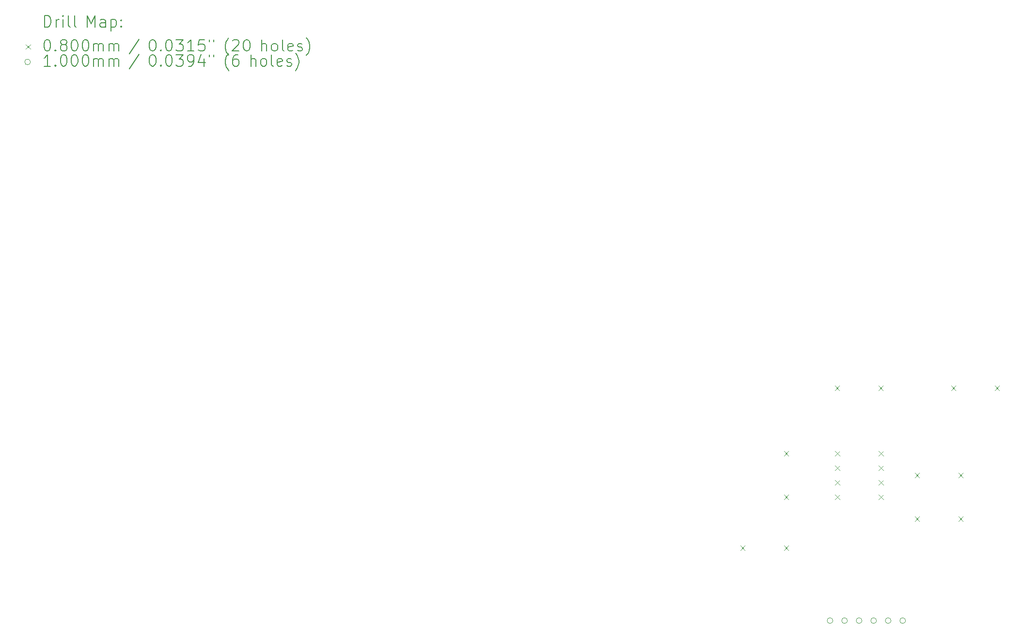
<source format=gbr>
%TF.GenerationSoftware,KiCad,Pcbnew,(7.0.0)*%
%TF.CreationDate,2024-03-15T09:40:45-04:00*%
%TF.ProjectId,DC-Offset-Amp,44432d4f-6666-4736-9574-2d416d702e6b,rev?*%
%TF.SameCoordinates,Original*%
%TF.FileFunction,Drillmap*%
%TF.FilePolarity,Positive*%
%FSLAX45Y45*%
G04 Gerber Fmt 4.5, Leading zero omitted, Abs format (unit mm)*
G04 Created by KiCad (PCBNEW (7.0.0)) date 2024-03-15 09:40:45*
%MOMM*%
%LPD*%
G01*
G04 APERTURE LIST*
%ADD10C,0.200000*%
%ADD11C,0.080000*%
%ADD12C,0.100000*%
G04 APERTURE END LIST*
D10*
D11*
X12406000Y-9358000D02*
X12486000Y-9438000D01*
X12486000Y-9358000D02*
X12406000Y-9438000D01*
X13168000Y-7707000D02*
X13248000Y-7787000D01*
X13248000Y-7707000D02*
X13168000Y-7787000D01*
X13168000Y-8469000D02*
X13248000Y-8549000D01*
X13248000Y-8469000D02*
X13168000Y-8549000D01*
X13168000Y-9358000D02*
X13248000Y-9438000D01*
X13248000Y-9358000D02*
X13168000Y-9438000D01*
X14057000Y-6564000D02*
X14137000Y-6644000D01*
X14137000Y-6564000D02*
X14057000Y-6644000D01*
X14058000Y-7708000D02*
X14138000Y-7788000D01*
X14138000Y-7708000D02*
X14058000Y-7788000D01*
X14058000Y-7962000D02*
X14138000Y-8042000D01*
X14138000Y-7962000D02*
X14058000Y-8042000D01*
X14058000Y-8216000D02*
X14138000Y-8296000D01*
X14138000Y-8216000D02*
X14058000Y-8296000D01*
X14058000Y-8470000D02*
X14138000Y-8550000D01*
X14138000Y-8470000D02*
X14058000Y-8550000D01*
X14819000Y-6564000D02*
X14899000Y-6644000D01*
X14899000Y-6564000D02*
X14819000Y-6644000D01*
X14820000Y-7708000D02*
X14900000Y-7788000D01*
X14900000Y-7708000D02*
X14820000Y-7788000D01*
X14820000Y-7962000D02*
X14900000Y-8042000D01*
X14900000Y-7962000D02*
X14820000Y-8042000D01*
X14820000Y-8216000D02*
X14900000Y-8296000D01*
X14900000Y-8216000D02*
X14820000Y-8296000D01*
X14820000Y-8470000D02*
X14900000Y-8550000D01*
X14900000Y-8470000D02*
X14820000Y-8550000D01*
X15454000Y-8088000D02*
X15534000Y-8168000D01*
X15534000Y-8088000D02*
X15454000Y-8168000D01*
X15454000Y-8850000D02*
X15534000Y-8930000D01*
X15534000Y-8850000D02*
X15454000Y-8930000D01*
X16089000Y-6564000D02*
X16169000Y-6644000D01*
X16169000Y-6564000D02*
X16089000Y-6644000D01*
X16216000Y-8088000D02*
X16296000Y-8168000D01*
X16296000Y-8088000D02*
X16216000Y-8168000D01*
X16216000Y-8850000D02*
X16296000Y-8930000D01*
X16296000Y-8850000D02*
X16216000Y-8930000D01*
X16851000Y-6564000D02*
X16931000Y-6644000D01*
X16931000Y-6564000D02*
X16851000Y-6644000D01*
D12*
X14020000Y-10668000D02*
G75*
G03*
X14020000Y-10668000I-50000J0D01*
G01*
X14274000Y-10668000D02*
G75*
G03*
X14274000Y-10668000I-50000J0D01*
G01*
X14528000Y-10668000D02*
G75*
G03*
X14528000Y-10668000I-50000J0D01*
G01*
X14782000Y-10668000D02*
G75*
G03*
X14782000Y-10668000I-50000J0D01*
G01*
X15036000Y-10668000D02*
G75*
G03*
X15036000Y-10668000I-50000J0D01*
G01*
X15290000Y-10668000D02*
G75*
G03*
X15290000Y-10668000I-50000J0D01*
G01*
D10*
X247619Y-293476D02*
X247619Y-93476D01*
X247619Y-93476D02*
X295238Y-93476D01*
X295238Y-93476D02*
X323810Y-103000D01*
X323810Y-103000D02*
X342857Y-122048D01*
X342857Y-122048D02*
X352381Y-141095D01*
X352381Y-141095D02*
X361905Y-179190D01*
X361905Y-179190D02*
X361905Y-207762D01*
X361905Y-207762D02*
X352381Y-245857D01*
X352381Y-245857D02*
X342857Y-264905D01*
X342857Y-264905D02*
X323810Y-283952D01*
X323810Y-283952D02*
X295238Y-293476D01*
X295238Y-293476D02*
X247619Y-293476D01*
X447619Y-293476D02*
X447619Y-160143D01*
X447619Y-198238D02*
X457143Y-179190D01*
X457143Y-179190D02*
X466667Y-169667D01*
X466667Y-169667D02*
X485714Y-160143D01*
X485714Y-160143D02*
X504762Y-160143D01*
X571429Y-293476D02*
X571429Y-160143D01*
X571429Y-93476D02*
X561905Y-103000D01*
X561905Y-103000D02*
X571429Y-112524D01*
X571429Y-112524D02*
X580952Y-103000D01*
X580952Y-103000D02*
X571429Y-93476D01*
X571429Y-93476D02*
X571429Y-112524D01*
X695238Y-293476D02*
X676190Y-283952D01*
X676190Y-283952D02*
X666667Y-264905D01*
X666667Y-264905D02*
X666667Y-93476D01*
X800000Y-293476D02*
X780952Y-283952D01*
X780952Y-283952D02*
X771428Y-264905D01*
X771428Y-264905D02*
X771428Y-93476D01*
X996190Y-293476D02*
X996190Y-93476D01*
X996190Y-93476D02*
X1062857Y-236333D01*
X1062857Y-236333D02*
X1129524Y-93476D01*
X1129524Y-93476D02*
X1129524Y-293476D01*
X1310476Y-293476D02*
X1310476Y-188714D01*
X1310476Y-188714D02*
X1300952Y-169667D01*
X1300952Y-169667D02*
X1281905Y-160143D01*
X1281905Y-160143D02*
X1243809Y-160143D01*
X1243809Y-160143D02*
X1224762Y-169667D01*
X1310476Y-283952D02*
X1291429Y-293476D01*
X1291429Y-293476D02*
X1243809Y-293476D01*
X1243809Y-293476D02*
X1224762Y-283952D01*
X1224762Y-283952D02*
X1215238Y-264905D01*
X1215238Y-264905D02*
X1215238Y-245857D01*
X1215238Y-245857D02*
X1224762Y-226809D01*
X1224762Y-226809D02*
X1243809Y-217286D01*
X1243809Y-217286D02*
X1291429Y-217286D01*
X1291429Y-217286D02*
X1310476Y-207762D01*
X1405714Y-160143D02*
X1405714Y-360143D01*
X1405714Y-169667D02*
X1424762Y-160143D01*
X1424762Y-160143D02*
X1462857Y-160143D01*
X1462857Y-160143D02*
X1481905Y-169667D01*
X1481905Y-169667D02*
X1491428Y-179190D01*
X1491428Y-179190D02*
X1500952Y-198238D01*
X1500952Y-198238D02*
X1500952Y-255381D01*
X1500952Y-255381D02*
X1491428Y-274429D01*
X1491428Y-274429D02*
X1481905Y-283952D01*
X1481905Y-283952D02*
X1462857Y-293476D01*
X1462857Y-293476D02*
X1424762Y-293476D01*
X1424762Y-293476D02*
X1405714Y-283952D01*
X1586667Y-274429D02*
X1596190Y-283952D01*
X1596190Y-283952D02*
X1586667Y-293476D01*
X1586667Y-293476D02*
X1577143Y-283952D01*
X1577143Y-283952D02*
X1586667Y-274429D01*
X1586667Y-274429D02*
X1586667Y-293476D01*
X1586667Y-169667D02*
X1596190Y-179190D01*
X1596190Y-179190D02*
X1586667Y-188714D01*
X1586667Y-188714D02*
X1577143Y-179190D01*
X1577143Y-179190D02*
X1586667Y-169667D01*
X1586667Y-169667D02*
X1586667Y-188714D01*
D11*
X-80000Y-600000D02*
X0Y-680000D01*
X0Y-600000D02*
X-80000Y-680000D01*
D10*
X285714Y-513476D02*
X304762Y-513476D01*
X304762Y-513476D02*
X323810Y-523000D01*
X323810Y-523000D02*
X333333Y-532524D01*
X333333Y-532524D02*
X342857Y-551571D01*
X342857Y-551571D02*
X352381Y-589667D01*
X352381Y-589667D02*
X352381Y-637286D01*
X352381Y-637286D02*
X342857Y-675381D01*
X342857Y-675381D02*
X333333Y-694429D01*
X333333Y-694429D02*
X323810Y-703952D01*
X323810Y-703952D02*
X304762Y-713476D01*
X304762Y-713476D02*
X285714Y-713476D01*
X285714Y-713476D02*
X266667Y-703952D01*
X266667Y-703952D02*
X257143Y-694429D01*
X257143Y-694429D02*
X247619Y-675381D01*
X247619Y-675381D02*
X238095Y-637286D01*
X238095Y-637286D02*
X238095Y-589667D01*
X238095Y-589667D02*
X247619Y-551571D01*
X247619Y-551571D02*
X257143Y-532524D01*
X257143Y-532524D02*
X266667Y-523000D01*
X266667Y-523000D02*
X285714Y-513476D01*
X438095Y-694429D02*
X447619Y-703952D01*
X447619Y-703952D02*
X438095Y-713476D01*
X438095Y-713476D02*
X428571Y-703952D01*
X428571Y-703952D02*
X438095Y-694429D01*
X438095Y-694429D02*
X438095Y-713476D01*
X561905Y-599190D02*
X542857Y-589667D01*
X542857Y-589667D02*
X533333Y-580143D01*
X533333Y-580143D02*
X523809Y-561095D01*
X523809Y-561095D02*
X523809Y-551571D01*
X523809Y-551571D02*
X533333Y-532524D01*
X533333Y-532524D02*
X542857Y-523000D01*
X542857Y-523000D02*
X561905Y-513476D01*
X561905Y-513476D02*
X600000Y-513476D01*
X600000Y-513476D02*
X619048Y-523000D01*
X619048Y-523000D02*
X628571Y-532524D01*
X628571Y-532524D02*
X638095Y-551571D01*
X638095Y-551571D02*
X638095Y-561095D01*
X638095Y-561095D02*
X628571Y-580143D01*
X628571Y-580143D02*
X619048Y-589667D01*
X619048Y-589667D02*
X600000Y-599190D01*
X600000Y-599190D02*
X561905Y-599190D01*
X561905Y-599190D02*
X542857Y-608714D01*
X542857Y-608714D02*
X533333Y-618238D01*
X533333Y-618238D02*
X523809Y-637286D01*
X523809Y-637286D02*
X523809Y-675381D01*
X523809Y-675381D02*
X533333Y-694429D01*
X533333Y-694429D02*
X542857Y-703952D01*
X542857Y-703952D02*
X561905Y-713476D01*
X561905Y-713476D02*
X600000Y-713476D01*
X600000Y-713476D02*
X619048Y-703952D01*
X619048Y-703952D02*
X628571Y-694429D01*
X628571Y-694429D02*
X638095Y-675381D01*
X638095Y-675381D02*
X638095Y-637286D01*
X638095Y-637286D02*
X628571Y-618238D01*
X628571Y-618238D02*
X619048Y-608714D01*
X619048Y-608714D02*
X600000Y-599190D01*
X761905Y-513476D02*
X780952Y-513476D01*
X780952Y-513476D02*
X800000Y-523000D01*
X800000Y-523000D02*
X809524Y-532524D01*
X809524Y-532524D02*
X819048Y-551571D01*
X819048Y-551571D02*
X828571Y-589667D01*
X828571Y-589667D02*
X828571Y-637286D01*
X828571Y-637286D02*
X819048Y-675381D01*
X819048Y-675381D02*
X809524Y-694429D01*
X809524Y-694429D02*
X800000Y-703952D01*
X800000Y-703952D02*
X780952Y-713476D01*
X780952Y-713476D02*
X761905Y-713476D01*
X761905Y-713476D02*
X742857Y-703952D01*
X742857Y-703952D02*
X733333Y-694429D01*
X733333Y-694429D02*
X723809Y-675381D01*
X723809Y-675381D02*
X714286Y-637286D01*
X714286Y-637286D02*
X714286Y-589667D01*
X714286Y-589667D02*
X723809Y-551571D01*
X723809Y-551571D02*
X733333Y-532524D01*
X733333Y-532524D02*
X742857Y-523000D01*
X742857Y-523000D02*
X761905Y-513476D01*
X952381Y-513476D02*
X971429Y-513476D01*
X971429Y-513476D02*
X990476Y-523000D01*
X990476Y-523000D02*
X1000000Y-532524D01*
X1000000Y-532524D02*
X1009524Y-551571D01*
X1009524Y-551571D02*
X1019048Y-589667D01*
X1019048Y-589667D02*
X1019048Y-637286D01*
X1019048Y-637286D02*
X1009524Y-675381D01*
X1009524Y-675381D02*
X1000000Y-694429D01*
X1000000Y-694429D02*
X990476Y-703952D01*
X990476Y-703952D02*
X971429Y-713476D01*
X971429Y-713476D02*
X952381Y-713476D01*
X952381Y-713476D02*
X933333Y-703952D01*
X933333Y-703952D02*
X923809Y-694429D01*
X923809Y-694429D02*
X914286Y-675381D01*
X914286Y-675381D02*
X904762Y-637286D01*
X904762Y-637286D02*
X904762Y-589667D01*
X904762Y-589667D02*
X914286Y-551571D01*
X914286Y-551571D02*
X923809Y-532524D01*
X923809Y-532524D02*
X933333Y-523000D01*
X933333Y-523000D02*
X952381Y-513476D01*
X1104762Y-713476D02*
X1104762Y-580143D01*
X1104762Y-599190D02*
X1114286Y-589667D01*
X1114286Y-589667D02*
X1133333Y-580143D01*
X1133333Y-580143D02*
X1161905Y-580143D01*
X1161905Y-580143D02*
X1180952Y-589667D01*
X1180952Y-589667D02*
X1190476Y-608714D01*
X1190476Y-608714D02*
X1190476Y-713476D01*
X1190476Y-608714D02*
X1200000Y-589667D01*
X1200000Y-589667D02*
X1219048Y-580143D01*
X1219048Y-580143D02*
X1247619Y-580143D01*
X1247619Y-580143D02*
X1266667Y-589667D01*
X1266667Y-589667D02*
X1276191Y-608714D01*
X1276191Y-608714D02*
X1276191Y-713476D01*
X1371429Y-713476D02*
X1371429Y-580143D01*
X1371429Y-599190D02*
X1380952Y-589667D01*
X1380952Y-589667D02*
X1400000Y-580143D01*
X1400000Y-580143D02*
X1428571Y-580143D01*
X1428571Y-580143D02*
X1447619Y-589667D01*
X1447619Y-589667D02*
X1457143Y-608714D01*
X1457143Y-608714D02*
X1457143Y-713476D01*
X1457143Y-608714D02*
X1466667Y-589667D01*
X1466667Y-589667D02*
X1485714Y-580143D01*
X1485714Y-580143D02*
X1514286Y-580143D01*
X1514286Y-580143D02*
X1533333Y-589667D01*
X1533333Y-589667D02*
X1542857Y-608714D01*
X1542857Y-608714D02*
X1542857Y-713476D01*
X1900952Y-503952D02*
X1729524Y-761095D01*
X2125714Y-513476D02*
X2144762Y-513476D01*
X2144762Y-513476D02*
X2163810Y-523000D01*
X2163810Y-523000D02*
X2173333Y-532524D01*
X2173333Y-532524D02*
X2182857Y-551571D01*
X2182857Y-551571D02*
X2192381Y-589667D01*
X2192381Y-589667D02*
X2192381Y-637286D01*
X2192381Y-637286D02*
X2182857Y-675381D01*
X2182857Y-675381D02*
X2173333Y-694429D01*
X2173333Y-694429D02*
X2163810Y-703952D01*
X2163810Y-703952D02*
X2144762Y-713476D01*
X2144762Y-713476D02*
X2125714Y-713476D01*
X2125714Y-713476D02*
X2106667Y-703952D01*
X2106667Y-703952D02*
X2097143Y-694429D01*
X2097143Y-694429D02*
X2087619Y-675381D01*
X2087619Y-675381D02*
X2078095Y-637286D01*
X2078095Y-637286D02*
X2078095Y-589667D01*
X2078095Y-589667D02*
X2087619Y-551571D01*
X2087619Y-551571D02*
X2097143Y-532524D01*
X2097143Y-532524D02*
X2106667Y-523000D01*
X2106667Y-523000D02*
X2125714Y-513476D01*
X2278095Y-694429D02*
X2287619Y-703952D01*
X2287619Y-703952D02*
X2278095Y-713476D01*
X2278095Y-713476D02*
X2268572Y-703952D01*
X2268572Y-703952D02*
X2278095Y-694429D01*
X2278095Y-694429D02*
X2278095Y-713476D01*
X2411429Y-513476D02*
X2430476Y-513476D01*
X2430476Y-513476D02*
X2449524Y-523000D01*
X2449524Y-523000D02*
X2459048Y-532524D01*
X2459048Y-532524D02*
X2468572Y-551571D01*
X2468572Y-551571D02*
X2478095Y-589667D01*
X2478095Y-589667D02*
X2478095Y-637286D01*
X2478095Y-637286D02*
X2468572Y-675381D01*
X2468572Y-675381D02*
X2459048Y-694429D01*
X2459048Y-694429D02*
X2449524Y-703952D01*
X2449524Y-703952D02*
X2430476Y-713476D01*
X2430476Y-713476D02*
X2411429Y-713476D01*
X2411429Y-713476D02*
X2392381Y-703952D01*
X2392381Y-703952D02*
X2382857Y-694429D01*
X2382857Y-694429D02*
X2373333Y-675381D01*
X2373333Y-675381D02*
X2363810Y-637286D01*
X2363810Y-637286D02*
X2363810Y-589667D01*
X2363810Y-589667D02*
X2373333Y-551571D01*
X2373333Y-551571D02*
X2382857Y-532524D01*
X2382857Y-532524D02*
X2392381Y-523000D01*
X2392381Y-523000D02*
X2411429Y-513476D01*
X2544762Y-513476D02*
X2668572Y-513476D01*
X2668572Y-513476D02*
X2601905Y-589667D01*
X2601905Y-589667D02*
X2630476Y-589667D01*
X2630476Y-589667D02*
X2649524Y-599190D01*
X2649524Y-599190D02*
X2659048Y-608714D01*
X2659048Y-608714D02*
X2668572Y-627762D01*
X2668572Y-627762D02*
X2668572Y-675381D01*
X2668572Y-675381D02*
X2659048Y-694429D01*
X2659048Y-694429D02*
X2649524Y-703952D01*
X2649524Y-703952D02*
X2630476Y-713476D01*
X2630476Y-713476D02*
X2573333Y-713476D01*
X2573333Y-713476D02*
X2554286Y-703952D01*
X2554286Y-703952D02*
X2544762Y-694429D01*
X2859048Y-713476D02*
X2744762Y-713476D01*
X2801905Y-713476D02*
X2801905Y-513476D01*
X2801905Y-513476D02*
X2782857Y-542048D01*
X2782857Y-542048D02*
X2763810Y-561095D01*
X2763810Y-561095D02*
X2744762Y-570619D01*
X3040000Y-513476D02*
X2944762Y-513476D01*
X2944762Y-513476D02*
X2935238Y-608714D01*
X2935238Y-608714D02*
X2944762Y-599190D01*
X2944762Y-599190D02*
X2963810Y-589667D01*
X2963810Y-589667D02*
X3011429Y-589667D01*
X3011429Y-589667D02*
X3030476Y-599190D01*
X3030476Y-599190D02*
X3040000Y-608714D01*
X3040000Y-608714D02*
X3049524Y-627762D01*
X3049524Y-627762D02*
X3049524Y-675381D01*
X3049524Y-675381D02*
X3040000Y-694429D01*
X3040000Y-694429D02*
X3030476Y-703952D01*
X3030476Y-703952D02*
X3011429Y-713476D01*
X3011429Y-713476D02*
X2963810Y-713476D01*
X2963810Y-713476D02*
X2944762Y-703952D01*
X2944762Y-703952D02*
X2935238Y-694429D01*
X3125714Y-513476D02*
X3125714Y-551571D01*
X3201905Y-513476D02*
X3201905Y-551571D01*
X3464762Y-789667D02*
X3455238Y-780143D01*
X3455238Y-780143D02*
X3436191Y-751571D01*
X3436191Y-751571D02*
X3426667Y-732524D01*
X3426667Y-732524D02*
X3417143Y-703952D01*
X3417143Y-703952D02*
X3407619Y-656333D01*
X3407619Y-656333D02*
X3407619Y-618238D01*
X3407619Y-618238D02*
X3417143Y-570619D01*
X3417143Y-570619D02*
X3426667Y-542048D01*
X3426667Y-542048D02*
X3436191Y-523000D01*
X3436191Y-523000D02*
X3455238Y-494428D01*
X3455238Y-494428D02*
X3464762Y-484905D01*
X3531429Y-532524D02*
X3540952Y-523000D01*
X3540952Y-523000D02*
X3560000Y-513476D01*
X3560000Y-513476D02*
X3607619Y-513476D01*
X3607619Y-513476D02*
X3626667Y-523000D01*
X3626667Y-523000D02*
X3636191Y-532524D01*
X3636191Y-532524D02*
X3645714Y-551571D01*
X3645714Y-551571D02*
X3645714Y-570619D01*
X3645714Y-570619D02*
X3636191Y-599190D01*
X3636191Y-599190D02*
X3521905Y-713476D01*
X3521905Y-713476D02*
X3645714Y-713476D01*
X3769524Y-513476D02*
X3788572Y-513476D01*
X3788572Y-513476D02*
X3807619Y-523000D01*
X3807619Y-523000D02*
X3817143Y-532524D01*
X3817143Y-532524D02*
X3826667Y-551571D01*
X3826667Y-551571D02*
X3836191Y-589667D01*
X3836191Y-589667D02*
X3836191Y-637286D01*
X3836191Y-637286D02*
X3826667Y-675381D01*
X3826667Y-675381D02*
X3817143Y-694429D01*
X3817143Y-694429D02*
X3807619Y-703952D01*
X3807619Y-703952D02*
X3788572Y-713476D01*
X3788572Y-713476D02*
X3769524Y-713476D01*
X3769524Y-713476D02*
X3750476Y-703952D01*
X3750476Y-703952D02*
X3740952Y-694429D01*
X3740952Y-694429D02*
X3731429Y-675381D01*
X3731429Y-675381D02*
X3721905Y-637286D01*
X3721905Y-637286D02*
X3721905Y-589667D01*
X3721905Y-589667D02*
X3731429Y-551571D01*
X3731429Y-551571D02*
X3740952Y-532524D01*
X3740952Y-532524D02*
X3750476Y-523000D01*
X3750476Y-523000D02*
X3769524Y-513476D01*
X4041905Y-713476D02*
X4041905Y-513476D01*
X4127619Y-713476D02*
X4127619Y-608714D01*
X4127619Y-608714D02*
X4118095Y-589667D01*
X4118095Y-589667D02*
X4099048Y-580143D01*
X4099048Y-580143D02*
X4070476Y-580143D01*
X4070476Y-580143D02*
X4051429Y-589667D01*
X4051429Y-589667D02*
X4041905Y-599190D01*
X4251429Y-713476D02*
X4232381Y-703952D01*
X4232381Y-703952D02*
X4222857Y-694429D01*
X4222857Y-694429D02*
X4213334Y-675381D01*
X4213334Y-675381D02*
X4213334Y-618238D01*
X4213334Y-618238D02*
X4222857Y-599190D01*
X4222857Y-599190D02*
X4232381Y-589667D01*
X4232381Y-589667D02*
X4251429Y-580143D01*
X4251429Y-580143D02*
X4280000Y-580143D01*
X4280000Y-580143D02*
X4299048Y-589667D01*
X4299048Y-589667D02*
X4308572Y-599190D01*
X4308572Y-599190D02*
X4318095Y-618238D01*
X4318095Y-618238D02*
X4318095Y-675381D01*
X4318095Y-675381D02*
X4308572Y-694429D01*
X4308572Y-694429D02*
X4299048Y-703952D01*
X4299048Y-703952D02*
X4280000Y-713476D01*
X4280000Y-713476D02*
X4251429Y-713476D01*
X4432381Y-713476D02*
X4413334Y-703952D01*
X4413334Y-703952D02*
X4403810Y-684905D01*
X4403810Y-684905D02*
X4403810Y-513476D01*
X4584762Y-703952D02*
X4565715Y-713476D01*
X4565715Y-713476D02*
X4527619Y-713476D01*
X4527619Y-713476D02*
X4508572Y-703952D01*
X4508572Y-703952D02*
X4499048Y-684905D01*
X4499048Y-684905D02*
X4499048Y-608714D01*
X4499048Y-608714D02*
X4508572Y-589667D01*
X4508572Y-589667D02*
X4527619Y-580143D01*
X4527619Y-580143D02*
X4565715Y-580143D01*
X4565715Y-580143D02*
X4584762Y-589667D01*
X4584762Y-589667D02*
X4594286Y-608714D01*
X4594286Y-608714D02*
X4594286Y-627762D01*
X4594286Y-627762D02*
X4499048Y-646810D01*
X4670476Y-703952D02*
X4689524Y-713476D01*
X4689524Y-713476D02*
X4727619Y-713476D01*
X4727619Y-713476D02*
X4746667Y-703952D01*
X4746667Y-703952D02*
X4756191Y-684905D01*
X4756191Y-684905D02*
X4756191Y-675381D01*
X4756191Y-675381D02*
X4746667Y-656333D01*
X4746667Y-656333D02*
X4727619Y-646810D01*
X4727619Y-646810D02*
X4699048Y-646810D01*
X4699048Y-646810D02*
X4680000Y-637286D01*
X4680000Y-637286D02*
X4670476Y-618238D01*
X4670476Y-618238D02*
X4670476Y-608714D01*
X4670476Y-608714D02*
X4680000Y-589667D01*
X4680000Y-589667D02*
X4699048Y-580143D01*
X4699048Y-580143D02*
X4727619Y-580143D01*
X4727619Y-580143D02*
X4746667Y-589667D01*
X4822857Y-789667D02*
X4832381Y-780143D01*
X4832381Y-780143D02*
X4851429Y-751571D01*
X4851429Y-751571D02*
X4860953Y-732524D01*
X4860953Y-732524D02*
X4870476Y-703952D01*
X4870476Y-703952D02*
X4880000Y-656333D01*
X4880000Y-656333D02*
X4880000Y-618238D01*
X4880000Y-618238D02*
X4870476Y-570619D01*
X4870476Y-570619D02*
X4860953Y-542048D01*
X4860953Y-542048D02*
X4851429Y-523000D01*
X4851429Y-523000D02*
X4832381Y-494428D01*
X4832381Y-494428D02*
X4822857Y-484905D01*
D12*
X0Y-904000D02*
G75*
G03*
X0Y-904000I-50000J0D01*
G01*
D10*
X352381Y-977476D02*
X238095Y-977476D01*
X295238Y-977476D02*
X295238Y-777476D01*
X295238Y-777476D02*
X276190Y-806048D01*
X276190Y-806048D02*
X257143Y-825095D01*
X257143Y-825095D02*
X238095Y-834619D01*
X438095Y-958428D02*
X447619Y-967952D01*
X447619Y-967952D02*
X438095Y-977476D01*
X438095Y-977476D02*
X428571Y-967952D01*
X428571Y-967952D02*
X438095Y-958428D01*
X438095Y-958428D02*
X438095Y-977476D01*
X571429Y-777476D02*
X590476Y-777476D01*
X590476Y-777476D02*
X609524Y-787000D01*
X609524Y-787000D02*
X619048Y-796524D01*
X619048Y-796524D02*
X628571Y-815571D01*
X628571Y-815571D02*
X638095Y-853667D01*
X638095Y-853667D02*
X638095Y-901286D01*
X638095Y-901286D02*
X628571Y-939381D01*
X628571Y-939381D02*
X619048Y-958428D01*
X619048Y-958428D02*
X609524Y-967952D01*
X609524Y-967952D02*
X590476Y-977476D01*
X590476Y-977476D02*
X571429Y-977476D01*
X571429Y-977476D02*
X552381Y-967952D01*
X552381Y-967952D02*
X542857Y-958428D01*
X542857Y-958428D02*
X533333Y-939381D01*
X533333Y-939381D02*
X523809Y-901286D01*
X523809Y-901286D02*
X523809Y-853667D01*
X523809Y-853667D02*
X533333Y-815571D01*
X533333Y-815571D02*
X542857Y-796524D01*
X542857Y-796524D02*
X552381Y-787000D01*
X552381Y-787000D02*
X571429Y-777476D01*
X761905Y-777476D02*
X780952Y-777476D01*
X780952Y-777476D02*
X800000Y-787000D01*
X800000Y-787000D02*
X809524Y-796524D01*
X809524Y-796524D02*
X819048Y-815571D01*
X819048Y-815571D02*
X828571Y-853667D01*
X828571Y-853667D02*
X828571Y-901286D01*
X828571Y-901286D02*
X819048Y-939381D01*
X819048Y-939381D02*
X809524Y-958428D01*
X809524Y-958428D02*
X800000Y-967952D01*
X800000Y-967952D02*
X780952Y-977476D01*
X780952Y-977476D02*
X761905Y-977476D01*
X761905Y-977476D02*
X742857Y-967952D01*
X742857Y-967952D02*
X733333Y-958428D01*
X733333Y-958428D02*
X723809Y-939381D01*
X723809Y-939381D02*
X714286Y-901286D01*
X714286Y-901286D02*
X714286Y-853667D01*
X714286Y-853667D02*
X723809Y-815571D01*
X723809Y-815571D02*
X733333Y-796524D01*
X733333Y-796524D02*
X742857Y-787000D01*
X742857Y-787000D02*
X761905Y-777476D01*
X952381Y-777476D02*
X971429Y-777476D01*
X971429Y-777476D02*
X990476Y-787000D01*
X990476Y-787000D02*
X1000000Y-796524D01*
X1000000Y-796524D02*
X1009524Y-815571D01*
X1009524Y-815571D02*
X1019048Y-853667D01*
X1019048Y-853667D02*
X1019048Y-901286D01*
X1019048Y-901286D02*
X1009524Y-939381D01*
X1009524Y-939381D02*
X1000000Y-958428D01*
X1000000Y-958428D02*
X990476Y-967952D01*
X990476Y-967952D02*
X971429Y-977476D01*
X971429Y-977476D02*
X952381Y-977476D01*
X952381Y-977476D02*
X933333Y-967952D01*
X933333Y-967952D02*
X923809Y-958428D01*
X923809Y-958428D02*
X914286Y-939381D01*
X914286Y-939381D02*
X904762Y-901286D01*
X904762Y-901286D02*
X904762Y-853667D01*
X904762Y-853667D02*
X914286Y-815571D01*
X914286Y-815571D02*
X923809Y-796524D01*
X923809Y-796524D02*
X933333Y-787000D01*
X933333Y-787000D02*
X952381Y-777476D01*
X1104762Y-977476D02*
X1104762Y-844143D01*
X1104762Y-863190D02*
X1114286Y-853667D01*
X1114286Y-853667D02*
X1133333Y-844143D01*
X1133333Y-844143D02*
X1161905Y-844143D01*
X1161905Y-844143D02*
X1180952Y-853667D01*
X1180952Y-853667D02*
X1190476Y-872714D01*
X1190476Y-872714D02*
X1190476Y-977476D01*
X1190476Y-872714D02*
X1200000Y-853667D01*
X1200000Y-853667D02*
X1219048Y-844143D01*
X1219048Y-844143D02*
X1247619Y-844143D01*
X1247619Y-844143D02*
X1266667Y-853667D01*
X1266667Y-853667D02*
X1276191Y-872714D01*
X1276191Y-872714D02*
X1276191Y-977476D01*
X1371429Y-977476D02*
X1371429Y-844143D01*
X1371429Y-863190D02*
X1380952Y-853667D01*
X1380952Y-853667D02*
X1400000Y-844143D01*
X1400000Y-844143D02*
X1428571Y-844143D01*
X1428571Y-844143D02*
X1447619Y-853667D01*
X1447619Y-853667D02*
X1457143Y-872714D01*
X1457143Y-872714D02*
X1457143Y-977476D01*
X1457143Y-872714D02*
X1466667Y-853667D01*
X1466667Y-853667D02*
X1485714Y-844143D01*
X1485714Y-844143D02*
X1514286Y-844143D01*
X1514286Y-844143D02*
X1533333Y-853667D01*
X1533333Y-853667D02*
X1542857Y-872714D01*
X1542857Y-872714D02*
X1542857Y-977476D01*
X1900952Y-767952D02*
X1729524Y-1025095D01*
X2125714Y-777476D02*
X2144762Y-777476D01*
X2144762Y-777476D02*
X2163810Y-787000D01*
X2163810Y-787000D02*
X2173333Y-796524D01*
X2173333Y-796524D02*
X2182857Y-815571D01*
X2182857Y-815571D02*
X2192381Y-853667D01*
X2192381Y-853667D02*
X2192381Y-901286D01*
X2192381Y-901286D02*
X2182857Y-939381D01*
X2182857Y-939381D02*
X2173333Y-958428D01*
X2173333Y-958428D02*
X2163810Y-967952D01*
X2163810Y-967952D02*
X2144762Y-977476D01*
X2144762Y-977476D02*
X2125714Y-977476D01*
X2125714Y-977476D02*
X2106667Y-967952D01*
X2106667Y-967952D02*
X2097143Y-958428D01*
X2097143Y-958428D02*
X2087619Y-939381D01*
X2087619Y-939381D02*
X2078095Y-901286D01*
X2078095Y-901286D02*
X2078095Y-853667D01*
X2078095Y-853667D02*
X2087619Y-815571D01*
X2087619Y-815571D02*
X2097143Y-796524D01*
X2097143Y-796524D02*
X2106667Y-787000D01*
X2106667Y-787000D02*
X2125714Y-777476D01*
X2278095Y-958428D02*
X2287619Y-967952D01*
X2287619Y-967952D02*
X2278095Y-977476D01*
X2278095Y-977476D02*
X2268572Y-967952D01*
X2268572Y-967952D02*
X2278095Y-958428D01*
X2278095Y-958428D02*
X2278095Y-977476D01*
X2411429Y-777476D02*
X2430476Y-777476D01*
X2430476Y-777476D02*
X2449524Y-787000D01*
X2449524Y-787000D02*
X2459048Y-796524D01*
X2459048Y-796524D02*
X2468572Y-815571D01*
X2468572Y-815571D02*
X2478095Y-853667D01*
X2478095Y-853667D02*
X2478095Y-901286D01*
X2478095Y-901286D02*
X2468572Y-939381D01*
X2468572Y-939381D02*
X2459048Y-958428D01*
X2459048Y-958428D02*
X2449524Y-967952D01*
X2449524Y-967952D02*
X2430476Y-977476D01*
X2430476Y-977476D02*
X2411429Y-977476D01*
X2411429Y-977476D02*
X2392381Y-967952D01*
X2392381Y-967952D02*
X2382857Y-958428D01*
X2382857Y-958428D02*
X2373333Y-939381D01*
X2373333Y-939381D02*
X2363810Y-901286D01*
X2363810Y-901286D02*
X2363810Y-853667D01*
X2363810Y-853667D02*
X2373333Y-815571D01*
X2373333Y-815571D02*
X2382857Y-796524D01*
X2382857Y-796524D02*
X2392381Y-787000D01*
X2392381Y-787000D02*
X2411429Y-777476D01*
X2544762Y-777476D02*
X2668572Y-777476D01*
X2668572Y-777476D02*
X2601905Y-853667D01*
X2601905Y-853667D02*
X2630476Y-853667D01*
X2630476Y-853667D02*
X2649524Y-863190D01*
X2649524Y-863190D02*
X2659048Y-872714D01*
X2659048Y-872714D02*
X2668572Y-891762D01*
X2668572Y-891762D02*
X2668572Y-939381D01*
X2668572Y-939381D02*
X2659048Y-958428D01*
X2659048Y-958428D02*
X2649524Y-967952D01*
X2649524Y-967952D02*
X2630476Y-977476D01*
X2630476Y-977476D02*
X2573333Y-977476D01*
X2573333Y-977476D02*
X2554286Y-967952D01*
X2554286Y-967952D02*
X2544762Y-958428D01*
X2763810Y-977476D02*
X2801905Y-977476D01*
X2801905Y-977476D02*
X2820952Y-967952D01*
X2820952Y-967952D02*
X2830476Y-958428D01*
X2830476Y-958428D02*
X2849524Y-929857D01*
X2849524Y-929857D02*
X2859048Y-891762D01*
X2859048Y-891762D02*
X2859048Y-815571D01*
X2859048Y-815571D02*
X2849524Y-796524D01*
X2849524Y-796524D02*
X2840000Y-787000D01*
X2840000Y-787000D02*
X2820952Y-777476D01*
X2820952Y-777476D02*
X2782857Y-777476D01*
X2782857Y-777476D02*
X2763810Y-787000D01*
X2763810Y-787000D02*
X2754286Y-796524D01*
X2754286Y-796524D02*
X2744762Y-815571D01*
X2744762Y-815571D02*
X2744762Y-863190D01*
X2744762Y-863190D02*
X2754286Y-882238D01*
X2754286Y-882238D02*
X2763810Y-891762D01*
X2763810Y-891762D02*
X2782857Y-901286D01*
X2782857Y-901286D02*
X2820952Y-901286D01*
X2820952Y-901286D02*
X2840000Y-891762D01*
X2840000Y-891762D02*
X2849524Y-882238D01*
X2849524Y-882238D02*
X2859048Y-863190D01*
X3030476Y-844143D02*
X3030476Y-977476D01*
X2982857Y-767952D02*
X2935238Y-910809D01*
X2935238Y-910809D02*
X3059048Y-910809D01*
X3125714Y-777476D02*
X3125714Y-815571D01*
X3201905Y-777476D02*
X3201905Y-815571D01*
X3464762Y-1053667D02*
X3455238Y-1044143D01*
X3455238Y-1044143D02*
X3436191Y-1015571D01*
X3436191Y-1015571D02*
X3426667Y-996524D01*
X3426667Y-996524D02*
X3417143Y-967952D01*
X3417143Y-967952D02*
X3407619Y-920333D01*
X3407619Y-920333D02*
X3407619Y-882238D01*
X3407619Y-882238D02*
X3417143Y-834619D01*
X3417143Y-834619D02*
X3426667Y-806048D01*
X3426667Y-806048D02*
X3436191Y-787000D01*
X3436191Y-787000D02*
X3455238Y-758428D01*
X3455238Y-758428D02*
X3464762Y-748905D01*
X3626667Y-777476D02*
X3588571Y-777476D01*
X3588571Y-777476D02*
X3569524Y-787000D01*
X3569524Y-787000D02*
X3560000Y-796524D01*
X3560000Y-796524D02*
X3540952Y-825095D01*
X3540952Y-825095D02*
X3531429Y-863190D01*
X3531429Y-863190D02*
X3531429Y-939381D01*
X3531429Y-939381D02*
X3540952Y-958428D01*
X3540952Y-958428D02*
X3550476Y-967952D01*
X3550476Y-967952D02*
X3569524Y-977476D01*
X3569524Y-977476D02*
X3607619Y-977476D01*
X3607619Y-977476D02*
X3626667Y-967952D01*
X3626667Y-967952D02*
X3636191Y-958428D01*
X3636191Y-958428D02*
X3645714Y-939381D01*
X3645714Y-939381D02*
X3645714Y-891762D01*
X3645714Y-891762D02*
X3636191Y-872714D01*
X3636191Y-872714D02*
X3626667Y-863190D01*
X3626667Y-863190D02*
X3607619Y-853667D01*
X3607619Y-853667D02*
X3569524Y-853667D01*
X3569524Y-853667D02*
X3550476Y-863190D01*
X3550476Y-863190D02*
X3540952Y-872714D01*
X3540952Y-872714D02*
X3531429Y-891762D01*
X3851429Y-977476D02*
X3851429Y-777476D01*
X3937143Y-977476D02*
X3937143Y-872714D01*
X3937143Y-872714D02*
X3927619Y-853667D01*
X3927619Y-853667D02*
X3908572Y-844143D01*
X3908572Y-844143D02*
X3880000Y-844143D01*
X3880000Y-844143D02*
X3860952Y-853667D01*
X3860952Y-853667D02*
X3851429Y-863190D01*
X4060952Y-977476D02*
X4041905Y-967952D01*
X4041905Y-967952D02*
X4032381Y-958428D01*
X4032381Y-958428D02*
X4022857Y-939381D01*
X4022857Y-939381D02*
X4022857Y-882238D01*
X4022857Y-882238D02*
X4032381Y-863190D01*
X4032381Y-863190D02*
X4041905Y-853667D01*
X4041905Y-853667D02*
X4060952Y-844143D01*
X4060952Y-844143D02*
X4089524Y-844143D01*
X4089524Y-844143D02*
X4108572Y-853667D01*
X4108572Y-853667D02*
X4118095Y-863190D01*
X4118095Y-863190D02*
X4127619Y-882238D01*
X4127619Y-882238D02*
X4127619Y-939381D01*
X4127619Y-939381D02*
X4118095Y-958428D01*
X4118095Y-958428D02*
X4108572Y-967952D01*
X4108572Y-967952D02*
X4089524Y-977476D01*
X4089524Y-977476D02*
X4060952Y-977476D01*
X4241905Y-977476D02*
X4222857Y-967952D01*
X4222857Y-967952D02*
X4213334Y-948905D01*
X4213334Y-948905D02*
X4213334Y-777476D01*
X4394286Y-967952D02*
X4375238Y-977476D01*
X4375238Y-977476D02*
X4337143Y-977476D01*
X4337143Y-977476D02*
X4318095Y-967952D01*
X4318095Y-967952D02*
X4308572Y-948905D01*
X4308572Y-948905D02*
X4308572Y-872714D01*
X4308572Y-872714D02*
X4318095Y-853667D01*
X4318095Y-853667D02*
X4337143Y-844143D01*
X4337143Y-844143D02*
X4375238Y-844143D01*
X4375238Y-844143D02*
X4394286Y-853667D01*
X4394286Y-853667D02*
X4403810Y-872714D01*
X4403810Y-872714D02*
X4403810Y-891762D01*
X4403810Y-891762D02*
X4308572Y-910809D01*
X4480000Y-967952D02*
X4499048Y-977476D01*
X4499048Y-977476D02*
X4537143Y-977476D01*
X4537143Y-977476D02*
X4556191Y-967952D01*
X4556191Y-967952D02*
X4565715Y-948905D01*
X4565715Y-948905D02*
X4565715Y-939381D01*
X4565715Y-939381D02*
X4556191Y-920333D01*
X4556191Y-920333D02*
X4537143Y-910809D01*
X4537143Y-910809D02*
X4508572Y-910809D01*
X4508572Y-910809D02*
X4489524Y-901286D01*
X4489524Y-901286D02*
X4480000Y-882238D01*
X4480000Y-882238D02*
X4480000Y-872714D01*
X4480000Y-872714D02*
X4489524Y-853667D01*
X4489524Y-853667D02*
X4508572Y-844143D01*
X4508572Y-844143D02*
X4537143Y-844143D01*
X4537143Y-844143D02*
X4556191Y-853667D01*
X4632381Y-1053667D02*
X4641905Y-1044143D01*
X4641905Y-1044143D02*
X4660953Y-1015571D01*
X4660953Y-1015571D02*
X4670476Y-996524D01*
X4670476Y-996524D02*
X4680000Y-967952D01*
X4680000Y-967952D02*
X4689524Y-920333D01*
X4689524Y-920333D02*
X4689524Y-882238D01*
X4689524Y-882238D02*
X4680000Y-834619D01*
X4680000Y-834619D02*
X4670476Y-806048D01*
X4670476Y-806048D02*
X4660953Y-787000D01*
X4660953Y-787000D02*
X4641905Y-758428D01*
X4641905Y-758428D02*
X4632381Y-748905D01*
M02*

</source>
